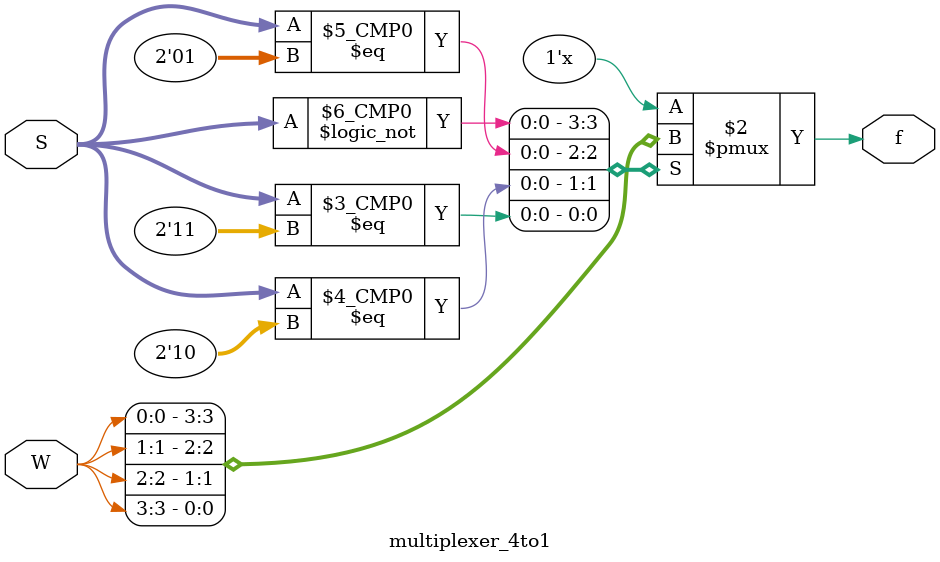
<source format=v>
module multiplexer_4to1(input[3:0] W, input[1:0] S, output reg f);
    always @(W, S) begin
        case (S)
            0: f = W[0];
            1: f = W[1];
            2: f = W[2];
            3: f = W[3];
        endcase
    end
    endmodule
</source>
